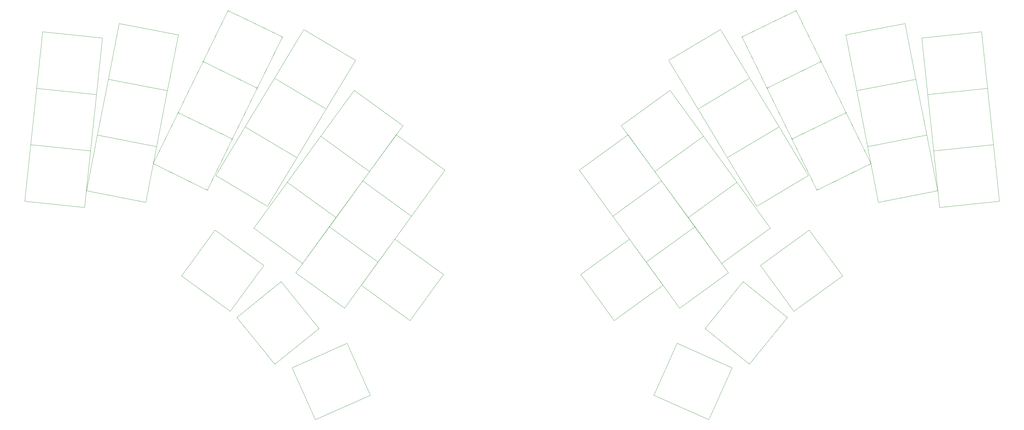
<source format=gbr>
G04 #@! TF.GenerationSoftware,KiCad,Pcbnew,8.0.3*
G04 #@! TF.CreationDate,2024-06-16T15:20:09+01:00*
G04 #@! TF.ProjectId,ykb,796b622e-6b69-4636-9164-5f7063625858,v1.0.0*
G04 #@! TF.SameCoordinates,Original*
G04 #@! TF.FileFunction,OtherDrawing,Comment*
%FSLAX46Y46*%
G04 Gerber Fmt 4.6, Leading zero omitted, Abs format (unit mm)*
G04 Created by KiCad (PCBNEW 8.0.3) date 2024-06-16 15:20:09*
%MOMM*%
%LPD*%
G01*
G04 APERTURE LIST*
%ADD10C,0.100000*%
G04 APERTURE END LIST*
D10*
G04 #@! TO.C,S44*
X274235352Y-201969727D02*
X267320829Y-217500000D01*
X267320829Y-217500000D02*
X283764648Y-224821259D01*
X283764648Y-224821259D02*
X290679171Y-209290986D01*
X290679171Y-209290986D02*
X274235352Y-201969727D01*
G04 #@! TO.C,S43*
X282689030Y-197512886D02*
X295900511Y-208211333D01*
X295900511Y-208211333D02*
X307228278Y-194222706D01*
X307228278Y-194222706D02*
X294016797Y-183524259D01*
X294016797Y-183524259D02*
X282689030Y-197512886D01*
G04 #@! TO.C,S42*
X299135547Y-178649225D02*
X309127897Y-192402514D01*
X309127897Y-192402514D02*
X323690203Y-181822379D01*
X323690203Y-181822379D02*
X313697853Y-168069090D01*
X313697853Y-168069090D02*
X299135547Y-178649225D01*
G04 #@! TO.C,S41*
X245492980Y-181375138D02*
X255485330Y-195128427D01*
X255485330Y-195128427D02*
X270047636Y-184548292D01*
X270047636Y-184548292D02*
X260055286Y-170795003D01*
X260055286Y-170795003D02*
X245492980Y-181375138D01*
G04 #@! TO.C,S40*
X245066762Y-150165070D02*
X255059112Y-163918359D01*
X255059112Y-163918359D02*
X269621418Y-153338224D01*
X269621418Y-153338224D02*
X259629068Y-139584935D01*
X259629068Y-139584935D02*
X245066762Y-150165070D01*
G04 #@! TO.C,S39*
X255059111Y-163918359D02*
X265051461Y-177671648D01*
X265051461Y-177671648D02*
X279613767Y-167091513D01*
X279613767Y-167091513D02*
X269621417Y-153338224D01*
X269621417Y-153338224D02*
X255059111Y-163918359D01*
G04 #@! TO.C,S38*
X265051460Y-177671648D02*
X275043810Y-191424937D01*
X275043810Y-191424937D02*
X289606116Y-180844802D01*
X289606116Y-180844802D02*
X279613766Y-167091513D01*
X279613766Y-167091513D02*
X265051460Y-177671648D01*
G04 #@! TO.C,S37*
X257630598Y-136834278D02*
X267622948Y-150587567D01*
X267622948Y-150587567D02*
X282185254Y-140007432D01*
X282185254Y-140007432D02*
X272192904Y-126254143D01*
X272192904Y-126254143D02*
X257630598Y-136834278D01*
G04 #@! TO.C,S36*
X267622947Y-150587567D02*
X277615297Y-164340856D01*
X277615297Y-164340856D02*
X292177603Y-153760721D01*
X292177603Y-153760721D02*
X282185253Y-140007432D01*
X282185253Y-140007432D02*
X267622947Y-150587567D01*
G04 #@! TO.C,S35*
X277615296Y-164340856D02*
X287607646Y-178094145D01*
X287607646Y-178094145D02*
X302169952Y-167514010D01*
X302169952Y-167514010D02*
X292177602Y-153760721D01*
X292177602Y-153760721D02*
X277615296Y-164340856D01*
G04 #@! TO.C,S34*
X271776672Y-117287656D02*
X280532319Y-131859500D01*
X280532319Y-131859500D02*
X295961330Y-122588814D01*
X295961330Y-122588814D02*
X287205683Y-108016970D01*
X287205683Y-108016970D02*
X271776672Y-117287656D01*
G04 #@! TO.C,S33*
X280532319Y-131859500D02*
X289287966Y-146431344D01*
X289287966Y-146431344D02*
X304716977Y-137160658D01*
X304716977Y-137160658D02*
X295961330Y-122588814D01*
X295961330Y-122588814D02*
X280532319Y-131859500D01*
G04 #@! TO.C,S32*
X289287966Y-146431344D02*
X298043613Y-161003188D01*
X298043613Y-161003188D02*
X313472624Y-151732502D01*
X313472624Y-151732502D02*
X304716977Y-137160658D01*
X304716977Y-137160658D02*
X289287966Y-146431344D01*
G04 #@! TO.C,S31*
X293621749Y-110258190D02*
X301074058Y-125537689D01*
X301074058Y-125537689D02*
X317252351Y-117647008D01*
X317252351Y-117647008D02*
X309800042Y-102367509D01*
X309800042Y-102367509D02*
X293621749Y-110258190D01*
G04 #@! TO.C,S30*
X301074058Y-125537689D02*
X308526367Y-140817188D01*
X308526367Y-140817188D02*
X324704660Y-132926507D01*
X324704660Y-132926507D02*
X317252351Y-117647008D01*
X317252351Y-117647008D02*
X301074058Y-125537689D01*
G04 #@! TO.C,S29*
X308526368Y-140817188D02*
X315978677Y-156096687D01*
X315978677Y-156096687D02*
X332156970Y-148206006D01*
X332156970Y-148206006D02*
X324704661Y-132926507D01*
X324704661Y-132926507D02*
X308526368Y-140817188D01*
G04 #@! TO.C,S28*
X324671683Y-109688991D02*
X327915436Y-126376653D01*
X327915436Y-126376653D02*
X345584725Y-122942091D01*
X345584725Y-122942091D02*
X342340972Y-106254429D01*
X342340972Y-106254429D02*
X324671683Y-109688991D01*
G04 #@! TO.C,S27*
X327915435Y-126376653D02*
X331159188Y-143064315D01*
X331159188Y-143064315D02*
X348828477Y-139629753D01*
X348828477Y-139629753D02*
X345584724Y-122942091D01*
X345584724Y-122942091D02*
X327915435Y-126376653D01*
G04 #@! TO.C,S26*
X331159188Y-143064316D02*
X334402941Y-159751978D01*
X334402941Y-159751978D02*
X352072230Y-156317416D01*
X352072230Y-156317416D02*
X348828477Y-139629754D01*
X348828477Y-139629754D02*
X331159188Y-143064316D01*
G04 #@! TO.C,S25*
X347344717Y-110593595D02*
X349121701Y-127500467D01*
X349121701Y-127500467D02*
X367023095Y-125618955D01*
X367023095Y-125618955D02*
X365246111Y-108712083D01*
X365246111Y-108712083D02*
X347344717Y-110593595D01*
G04 #@! TO.C,S24*
X349121701Y-127500467D02*
X350898685Y-144407339D01*
X350898685Y-144407339D02*
X368800079Y-142525827D01*
X368800079Y-142525827D02*
X367023095Y-125618955D01*
X367023095Y-125618955D02*
X349121701Y-127500467D01*
G04 #@! TO.C,S23*
X350898685Y-144407339D02*
X352675669Y-161314211D01*
X352675669Y-161314211D02*
X370577063Y-159432699D01*
X370577063Y-159432699D02*
X368800079Y-142525827D01*
X368800079Y-142525827D02*
X350898685Y-144407339D01*
G04 #@! TO.C,S22*
X159320829Y-209290986D02*
X166235352Y-224821259D01*
X166235352Y-224821259D02*
X182679171Y-217500000D01*
X182679171Y-217500000D02*
X175764648Y-201969727D01*
X175764648Y-201969727D02*
X159320829Y-209290986D01*
G04 #@! TO.C,S21*
X155983202Y-183524259D02*
X142771721Y-194222706D01*
X142771721Y-194222706D02*
X154099488Y-208211333D01*
X154099488Y-208211333D02*
X167310969Y-197512886D01*
X167310969Y-197512886D02*
X155983202Y-183524259D01*
G04 #@! TO.C,S20*
X136302146Y-168069090D02*
X126309796Y-181822379D01*
X126309796Y-181822379D02*
X140872102Y-192402514D01*
X140872102Y-192402514D02*
X150864452Y-178649225D01*
X150864452Y-178649225D02*
X136302146Y-168069090D01*
G04 #@! TO.C,S19*
X189944714Y-170795003D02*
X179952364Y-184548292D01*
X179952364Y-184548292D02*
X194514670Y-195128427D01*
X194514670Y-195128427D02*
X204507020Y-181375138D01*
X204507020Y-181375138D02*
X189944714Y-170795003D01*
G04 #@! TO.C,S18*
X190370932Y-139584935D02*
X180378582Y-153338224D01*
X180378582Y-153338224D02*
X194940888Y-163918359D01*
X194940888Y-163918359D02*
X204933238Y-150165070D01*
X204933238Y-150165070D02*
X190370932Y-139584935D01*
G04 #@! TO.C,S17*
X180378582Y-153338224D02*
X170386232Y-167091513D01*
X170386232Y-167091513D02*
X184948538Y-177671648D01*
X184948538Y-177671648D02*
X194940888Y-163918359D01*
X194940888Y-163918359D02*
X180378582Y-153338224D01*
G04 #@! TO.C,S16*
X170386233Y-167091513D02*
X160393883Y-180844802D01*
X160393883Y-180844802D02*
X174956189Y-191424937D01*
X174956189Y-191424937D02*
X184948539Y-177671648D01*
X184948539Y-177671648D02*
X170386233Y-167091513D01*
G04 #@! TO.C,S15*
X177807095Y-126254143D02*
X167814745Y-140007432D01*
X167814745Y-140007432D02*
X182377051Y-150587567D01*
X182377051Y-150587567D02*
X192369401Y-136834278D01*
X192369401Y-136834278D02*
X177807095Y-126254143D01*
G04 #@! TO.C,S14*
X167814746Y-140007432D02*
X157822396Y-153760721D01*
X157822396Y-153760721D02*
X172384702Y-164340856D01*
X172384702Y-164340856D02*
X182377052Y-150587567D01*
X182377052Y-150587567D02*
X167814746Y-140007432D01*
G04 #@! TO.C,S13*
X157822397Y-153760721D02*
X147830047Y-167514010D01*
X147830047Y-167514010D02*
X162392353Y-178094145D01*
X162392353Y-178094145D02*
X172384703Y-164340856D01*
X172384703Y-164340856D02*
X157822397Y-153760721D01*
G04 #@! TO.C,S12*
X162794316Y-108016970D02*
X154038669Y-122588814D01*
X154038669Y-122588814D02*
X169467680Y-131859500D01*
X169467680Y-131859500D02*
X178223327Y-117287656D01*
X178223327Y-117287656D02*
X162794316Y-108016970D01*
G04 #@! TO.C,S11*
X154038669Y-122588814D02*
X145283022Y-137160658D01*
X145283022Y-137160658D02*
X160712033Y-146431344D01*
X160712033Y-146431344D02*
X169467680Y-131859500D01*
X169467680Y-131859500D02*
X154038669Y-122588814D01*
G04 #@! TO.C,S10*
X145283022Y-137160658D02*
X136527375Y-151732502D01*
X136527375Y-151732502D02*
X151956386Y-161003188D01*
X151956386Y-161003188D02*
X160712033Y-146431344D01*
X160712033Y-146431344D02*
X145283022Y-137160658D01*
G04 #@! TO.C,S9*
X140199958Y-102367509D02*
X132747649Y-117647008D01*
X132747649Y-117647008D02*
X148925942Y-125537689D01*
X148925942Y-125537689D02*
X156378251Y-110258190D01*
X156378251Y-110258190D02*
X140199958Y-102367509D01*
G04 #@! TO.C,S8*
X132747648Y-117647008D02*
X125295339Y-132926507D01*
X125295339Y-132926507D02*
X141473632Y-140817188D01*
X141473632Y-140817188D02*
X148925941Y-125537689D01*
X148925941Y-125537689D02*
X132747648Y-117647008D01*
G04 #@! TO.C,S7*
X125295339Y-132926507D02*
X117843030Y-148206006D01*
X117843030Y-148206006D02*
X134021323Y-156096687D01*
X134021323Y-156096687D02*
X141473632Y-140817188D01*
X141473632Y-140817188D02*
X125295339Y-132926507D01*
G04 #@! TO.C,S6*
X107659028Y-106254429D02*
X104415275Y-122942091D01*
X104415275Y-122942091D02*
X122084564Y-126376653D01*
X122084564Y-126376653D02*
X125328317Y-109688991D01*
X125328317Y-109688991D02*
X107659028Y-106254429D01*
G04 #@! TO.C,S5*
X104415275Y-122942091D02*
X101171522Y-139629753D01*
X101171522Y-139629753D02*
X118840811Y-143064315D01*
X118840811Y-143064315D02*
X122084564Y-126376653D01*
X122084564Y-126376653D02*
X104415275Y-122942091D01*
G04 #@! TO.C,S4*
X101171522Y-139629754D02*
X97927769Y-156317416D01*
X97927769Y-156317416D02*
X115597058Y-159751978D01*
X115597058Y-159751978D02*
X118840811Y-143064316D01*
X118840811Y-143064316D02*
X101171522Y-139629754D01*
G04 #@! TO.C,S3*
X84753888Y-108712083D02*
X82976904Y-125618955D01*
X82976904Y-125618955D02*
X100878298Y-127500467D01*
X100878298Y-127500467D02*
X102655282Y-110593595D01*
X102655282Y-110593595D02*
X84753888Y-108712083D01*
G04 #@! TO.C,S2*
X82976904Y-125618955D02*
X81199920Y-142525827D01*
X81199920Y-142525827D02*
X99101314Y-144407339D01*
X99101314Y-144407339D02*
X100878298Y-127500467D01*
X100878298Y-127500467D02*
X82976904Y-125618955D01*
G04 #@! TO.C,S1*
X81199920Y-142525827D02*
X79422936Y-159432699D01*
X79422936Y-159432699D02*
X97324330Y-161314211D01*
X97324330Y-161314211D02*
X99101314Y-144407339D01*
X99101314Y-144407339D02*
X81199920Y-142525827D01*
G04 #@! TD*
M02*

</source>
